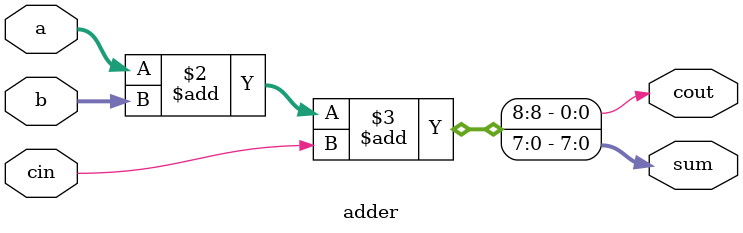
<source format=sv>

`ifndef ADDER
`define ADDER

module adder
#(parameter n = 8)
   (a, b, cin, sum, cout);
   //
   // ---------------- PORT DEFINITIONS ----------------
   //
   // ADD YOUR MODULE INPUTS AND OUTPUTS HERE
   input [n-1:0] a;
   input [n-1:0] b;
   input cin;
   output reg cout;
   output reg [n-1:0] sum;



   //
   // ---------------- MODULE DESIGN IMPLEMENTATION ----------------
   //

   always @* begin
      {cout,sum} = a + b + cin;
   end


endmodule

`endif // ADDER
</source>
